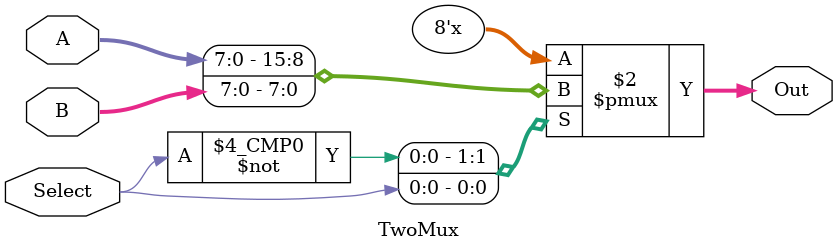
<source format=sv>

module TwoMux #(parameter W=8)(				
	input Select,

	input [W-1:0]   A,
			B,

	output logic [W-1:0] Out
);


always_comb begin
	case (Select)
		'b0: Out = A;
		'b1: Out = B;
	endcase
end

endmodule
</source>
